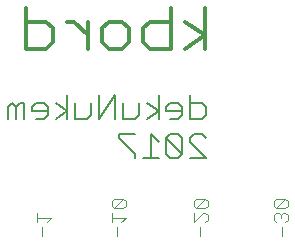
<source format=gbo>
G75*
%MOIN*%
%OFA0B0*%
%FSLAX25Y25*%
%IPPOS*%
%LPD*%
%AMOC8*
5,1,8,0,0,1.08239X$1,22.5*
%
%ADD10C,0.00700*%
%ADD11C,0.01200*%
%ADD12C,0.00400*%
%ADD13C,0.00300*%
D10*
X0235568Y0127650D02*
X0235568Y0131603D01*
X0236886Y0132921D01*
X0238204Y0131603D01*
X0238204Y0127650D01*
X0240839Y0127650D02*
X0240839Y0132921D01*
X0239522Y0132921D01*
X0238204Y0131603D01*
X0243487Y0131603D02*
X0243487Y0130286D01*
X0248758Y0130286D01*
X0248758Y0131603D02*
X0248758Y0128968D01*
X0247440Y0127650D01*
X0244805Y0127650D01*
X0243487Y0131603D02*
X0244805Y0132921D01*
X0247440Y0132921D01*
X0248758Y0131603D01*
X0251404Y0132921D02*
X0255357Y0130286D01*
X0251404Y0127650D01*
X0255357Y0127650D02*
X0255357Y0135557D01*
X0258005Y0132921D02*
X0258005Y0127650D01*
X0261958Y0127650D01*
X0263276Y0128968D01*
X0263276Y0132921D01*
X0265924Y0135557D02*
X0265924Y0127650D01*
X0271195Y0135557D01*
X0271195Y0127650D01*
X0273842Y0127650D02*
X0273842Y0132921D01*
X0273842Y0127650D02*
X0277796Y0127650D01*
X0279114Y0128968D01*
X0279114Y0132921D01*
X0281759Y0132921D02*
X0285712Y0130286D01*
X0281759Y0127650D01*
X0285712Y0127650D02*
X0285712Y0135557D01*
X0288360Y0131603D02*
X0288360Y0130286D01*
X0293631Y0130286D01*
X0293631Y0131603D02*
X0293631Y0128968D01*
X0292313Y0127650D01*
X0289678Y0127650D01*
X0288360Y0131603D02*
X0289678Y0132921D01*
X0292313Y0132921D01*
X0293631Y0131603D01*
X0296279Y0132921D02*
X0300232Y0132921D01*
X0301550Y0131603D01*
X0301550Y0128968D01*
X0300232Y0127650D01*
X0296279Y0127650D01*
X0296279Y0135557D01*
X0297597Y0122657D02*
X0296279Y0121339D01*
X0296279Y0120021D01*
X0301550Y0114750D01*
X0296279Y0114750D01*
X0293631Y0116068D02*
X0288360Y0121339D01*
X0288360Y0116068D01*
X0289678Y0114750D01*
X0292313Y0114750D01*
X0293631Y0116068D01*
X0293631Y0121339D01*
X0292313Y0122657D01*
X0289678Y0122657D01*
X0288360Y0121339D01*
X0285712Y0120021D02*
X0283077Y0122657D01*
X0283077Y0114750D01*
X0285712Y0114750D02*
X0280441Y0114750D01*
X0277794Y0114750D02*
X0277794Y0116068D01*
X0272523Y0121339D01*
X0272523Y0122657D01*
X0277794Y0122657D01*
X0297597Y0122657D02*
X0300232Y0122657D01*
X0301550Y0121339D01*
D11*
X0301300Y0151000D02*
X0301300Y0164812D01*
X0294394Y0160208D02*
X0301300Y0155604D01*
X0294394Y0151000D01*
X0289790Y0151000D02*
X0282884Y0151000D01*
X0280582Y0153302D01*
X0280582Y0157906D01*
X0282884Y0160208D01*
X0289790Y0160208D01*
X0289790Y0164812D02*
X0289790Y0151000D01*
X0275978Y0153302D02*
X0273676Y0151000D01*
X0269072Y0151000D01*
X0266771Y0153302D01*
X0266771Y0157906D01*
X0269072Y0160208D01*
X0273676Y0160208D01*
X0275978Y0157906D01*
X0275978Y0153302D01*
X0262167Y0155604D02*
X0257563Y0160208D01*
X0255261Y0160208D01*
X0250657Y0157906D02*
X0248355Y0160208D01*
X0241449Y0160208D01*
X0241449Y0164812D02*
X0241449Y0151000D01*
X0248355Y0151000D01*
X0250657Y0153302D01*
X0250657Y0157906D01*
X0262167Y0160208D02*
X0262167Y0151000D01*
D12*
X0270930Y0101009D02*
X0270163Y0100242D01*
X0270163Y0098707D01*
X0270930Y0097940D01*
X0274000Y0101009D01*
X0270930Y0101009D01*
X0270930Y0097940D02*
X0274000Y0097940D01*
X0274767Y0098707D01*
X0274767Y0100242D01*
X0274000Y0101009D01*
X0270163Y0096405D02*
X0270163Y0093336D01*
X0270163Y0094871D02*
X0274767Y0094871D01*
X0273232Y0093336D01*
X0249964Y0094765D02*
X0245360Y0094765D01*
X0245360Y0096299D02*
X0245360Y0093230D01*
X0248429Y0093230D02*
X0249964Y0094765D01*
X0297525Y0093336D02*
X0300594Y0096405D01*
X0301362Y0096405D01*
X0302129Y0095638D01*
X0302129Y0094104D01*
X0301362Y0093336D01*
X0297525Y0093336D02*
X0297525Y0096405D01*
X0298293Y0097940D02*
X0301362Y0101009D01*
X0298293Y0101009D01*
X0297525Y0100242D01*
X0297525Y0098707D01*
X0298293Y0097940D01*
X0301362Y0097940D01*
X0302129Y0098707D01*
X0302129Y0100242D01*
X0301362Y0101009D01*
X0324175Y0100242D02*
X0324175Y0098707D01*
X0324942Y0097940D01*
X0328011Y0101009D01*
X0324942Y0101009D01*
X0324175Y0100242D01*
X0324942Y0097940D02*
X0328011Y0097940D01*
X0328779Y0098707D01*
X0328779Y0100242D01*
X0328011Y0101009D01*
X0328011Y0096405D02*
X0327244Y0096405D01*
X0326477Y0095638D01*
X0325709Y0096405D01*
X0324942Y0096405D01*
X0324175Y0095638D01*
X0324175Y0094104D01*
X0324942Y0093336D01*
X0326477Y0094871D02*
X0326477Y0095638D01*
X0328011Y0096405D02*
X0328779Y0095638D01*
X0328779Y0094104D01*
X0328011Y0093336D01*
D13*
X0326985Y0091693D02*
X0326985Y0088791D01*
X0299485Y0088791D02*
X0299485Y0091693D01*
X0271985Y0091693D02*
X0271985Y0088791D01*
X0246985Y0088791D02*
X0246985Y0091693D01*
M02*

</source>
